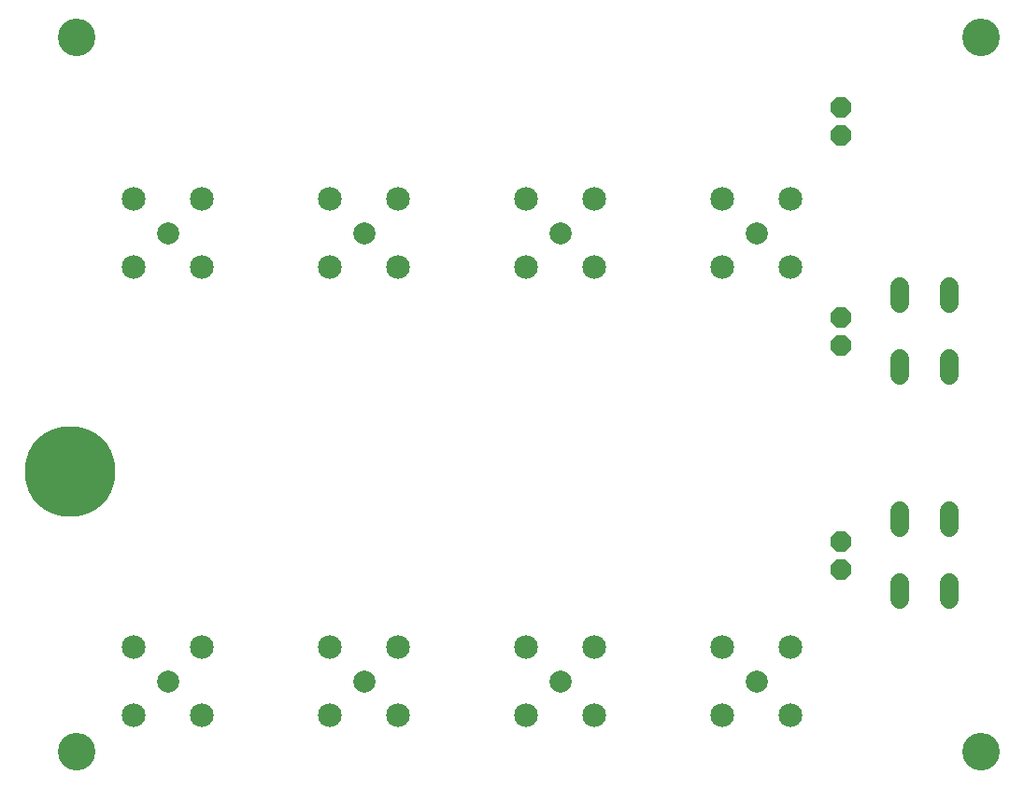
<source format=gbs>
G75*
%MOIN*%
%OFA0B0*%
%FSLAX25Y25*%
%IPPOS*%
%LPD*%
%AMOC8*
5,1,8,0,0,1.08239X$1,22.5*
%
%ADD10C,0.13398*%
%ADD11C,0.32296*%
%ADD12C,0.07887*%
%ADD13C,0.08477*%
%ADD14OC8,0.07400*%
%ADD15C,0.06800*%
D10*
X0029300Y0021800D03*
X0351800Y0021800D03*
X0351800Y0276800D03*
X0029300Y0276800D03*
D11*
X0026800Y0121800D03*
D12*
X0061800Y0046800D03*
X0131800Y0046800D03*
X0201800Y0046800D03*
X0271800Y0046800D03*
X0271800Y0206800D03*
X0201800Y0206800D03*
X0131800Y0206800D03*
X0061800Y0206800D03*
D13*
X0049600Y0194600D03*
X0074000Y0194600D03*
X0074000Y0219000D03*
X0049600Y0219000D03*
X0119600Y0219000D03*
X0144000Y0219000D03*
X0144000Y0194600D03*
X0119600Y0194600D03*
X0189600Y0194600D03*
X0214000Y0194600D03*
X0214000Y0219000D03*
X0189600Y0219000D03*
X0259600Y0219000D03*
X0284000Y0219000D03*
X0284000Y0194600D03*
X0259600Y0194600D03*
X0259600Y0059000D03*
X0284000Y0059000D03*
X0284000Y0034600D03*
X0259600Y0034600D03*
X0214000Y0034600D03*
X0189600Y0034600D03*
X0189600Y0059000D03*
X0214000Y0059000D03*
X0144000Y0059000D03*
X0119600Y0059000D03*
X0119600Y0034600D03*
X0144000Y0034600D03*
X0074000Y0034600D03*
X0049600Y0034600D03*
X0049600Y0059000D03*
X0074000Y0059000D03*
D14*
X0301800Y0086800D03*
X0301800Y0096800D03*
X0301800Y0166800D03*
X0301800Y0176800D03*
X0301800Y0241800D03*
X0301800Y0251800D03*
D15*
X0322900Y0187600D02*
X0322900Y0181600D01*
X0340700Y0181600D02*
X0340700Y0187600D01*
X0340700Y0162000D02*
X0340700Y0156000D01*
X0322900Y0156000D02*
X0322900Y0162000D01*
X0322900Y0107600D02*
X0322900Y0101600D01*
X0340700Y0101600D02*
X0340700Y0107600D01*
X0340700Y0082000D02*
X0340700Y0076000D01*
X0322900Y0076000D02*
X0322900Y0082000D01*
M02*

</source>
